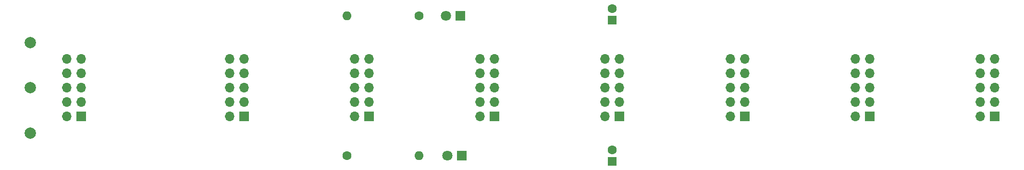
<source format=gts>
G04 #@! TF.GenerationSoftware,KiCad,Pcbnew,(5.1.9)-1*
G04 #@! TF.CreationDate,2021-10-01T15:00:59+02:00*
G04 #@! TF.ProjectId,Distrib,44697374-7269-4622-9e6b-696361645f70,rev?*
G04 #@! TF.SameCoordinates,Original*
G04 #@! TF.FileFunction,Soldermask,Top*
G04 #@! TF.FilePolarity,Negative*
%FSLAX46Y46*%
G04 Gerber Fmt 4.6, Leading zero omitted, Abs format (unit mm)*
G04 Created by KiCad (PCBNEW (5.1.9)-1) date 2021-10-01 15:00:59*
%MOMM*%
%LPD*%
G01*
G04 APERTURE LIST*
%ADD10C,2.000000*%
%ADD11O,1.600000X1.600000*%
%ADD12C,1.600000*%
%ADD13O,1.700000X1.700000*%
%ADD14R,1.700000X1.700000*%
%ADD15C,1.800000*%
%ADD16R,1.800000X1.800000*%
%ADD17R,1.600000X1.600000*%
G04 APERTURE END LIST*
D10*
X55000000Y-79000000D03*
X55000000Y-70925000D03*
X55000000Y-63000000D03*
D11*
X123500000Y-83000000D03*
D12*
X110800000Y-83000000D03*
D11*
X110800000Y-58230000D03*
D12*
X123500000Y-58230000D03*
D13*
X61460000Y-65840000D03*
X64000000Y-65840000D03*
X61460000Y-68380000D03*
X64000000Y-68380000D03*
X61460000Y-70920000D03*
X64000000Y-70920000D03*
X61460000Y-73460000D03*
X64000000Y-73460000D03*
X61460000Y-76000000D03*
D14*
X64000000Y-76000000D03*
D13*
X90170000Y-65840000D03*
X92710000Y-65840000D03*
X90170000Y-68380000D03*
X92710000Y-68380000D03*
X90170000Y-70920000D03*
X92710000Y-70920000D03*
X90170000Y-73460000D03*
X92710000Y-73460000D03*
X90170000Y-76000000D03*
D14*
X92710000Y-76000000D03*
D13*
X222460000Y-65840000D03*
X225000000Y-65840000D03*
X222460000Y-68380000D03*
X225000000Y-68380000D03*
X222460000Y-70920000D03*
X225000000Y-70920000D03*
X222460000Y-73460000D03*
X225000000Y-73460000D03*
X222460000Y-76000000D03*
D14*
X225000000Y-76000000D03*
D13*
X112218333Y-65840000D03*
X114758333Y-65840000D03*
X112218333Y-68380000D03*
X114758333Y-68380000D03*
X112218333Y-70920000D03*
X114758333Y-70920000D03*
X112218333Y-73460000D03*
X114758333Y-73460000D03*
X112218333Y-76000000D03*
D14*
X114758333Y-76000000D03*
D13*
X156314999Y-65840000D03*
X158854999Y-65840000D03*
X156314999Y-68380000D03*
X158854999Y-68380000D03*
X156314999Y-70920000D03*
X158854999Y-70920000D03*
X156314999Y-73460000D03*
X158854999Y-73460000D03*
X156314999Y-76000000D03*
D14*
X158854999Y-76000000D03*
D13*
X134266666Y-65840000D03*
X136806666Y-65840000D03*
X134266666Y-68380000D03*
X136806666Y-68380000D03*
X134266666Y-70920000D03*
X136806666Y-70920000D03*
X134266666Y-73460000D03*
X136806666Y-73460000D03*
X134266666Y-76000000D03*
D14*
X136806666Y-76000000D03*
D13*
X200411665Y-65840000D03*
X202951665Y-65840000D03*
X200411665Y-68380000D03*
X202951665Y-68380000D03*
X200411665Y-70920000D03*
X202951665Y-70920000D03*
X200411665Y-73460000D03*
X202951665Y-73460000D03*
X200411665Y-76000000D03*
D14*
X202951665Y-76000000D03*
D13*
X178363332Y-65840000D03*
X180903332Y-65840000D03*
X178363332Y-68380000D03*
X180903332Y-68380000D03*
X178363332Y-70920000D03*
X180903332Y-70920000D03*
X178363332Y-73460000D03*
X180903332Y-73460000D03*
X178363332Y-76000000D03*
D14*
X180903332Y-76000000D03*
D15*
X128530000Y-83000000D03*
D16*
X131070000Y-83000000D03*
D15*
X128260000Y-58230000D03*
D16*
X130800000Y-58230000D03*
D12*
X157579999Y-82000000D03*
D17*
X157579999Y-84000000D03*
D12*
X157579999Y-57000000D03*
D17*
X157579999Y-59000000D03*
M02*

</source>
